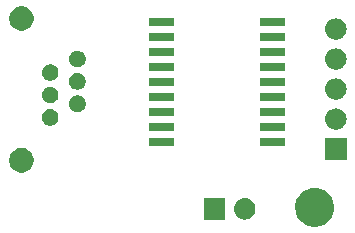
<source format=gbr>
G04 #@! TF.GenerationSoftware,KiCad,Pcbnew,(5.1.2)-2*
G04 #@! TF.CreationDate,2019-09-08T10:38:30-04:00*
G04 #@! TF.ProjectId,jebaoDosingAdapter,6a656261-6f44-46f7-9369-6e6741646170,rev?*
G04 #@! TF.SameCoordinates,PX46492a0PY53724e0*
G04 #@! TF.FileFunction,Soldermask,Top*
G04 #@! TF.FilePolarity,Negative*
%FSLAX46Y46*%
G04 Gerber Fmt 4.6, Leading zero omitted, Abs format (unit mm)*
G04 Created by KiCad (PCBNEW (5.1.2)-2) date 2019-09-08 10:38:30*
%MOMM*%
%LPD*%
G04 APERTURE LIST*
%ADD10C,0.100000*%
G04 APERTURE END LIST*
D10*
G36*
X31635256Y7148702D02*
G01*
X31741579Y7127553D01*
X32042042Y7003097D01*
X32312451Y6822415D01*
X32542415Y6592451D01*
X32723097Y6322042D01*
X32835704Y6050186D01*
X32847553Y6021578D01*
X32911000Y5702611D01*
X32911000Y5377389D01*
X32882353Y5233373D01*
X32847553Y5058421D01*
X32723097Y4757958D01*
X32542415Y4487549D01*
X32312451Y4257585D01*
X32042042Y4076903D01*
X31741579Y3952447D01*
X31635256Y3931298D01*
X31422611Y3889000D01*
X31097389Y3889000D01*
X30884744Y3931298D01*
X30778421Y3952447D01*
X30477958Y4076903D01*
X30207549Y4257585D01*
X29977585Y4487549D01*
X29796903Y4757958D01*
X29672447Y5058421D01*
X29637647Y5233373D01*
X29609000Y5377389D01*
X29609000Y5702611D01*
X29672447Y6021578D01*
X29684297Y6050186D01*
X29796903Y6322042D01*
X29977585Y6592451D01*
X30207549Y6822415D01*
X30477958Y7003097D01*
X30778421Y7127553D01*
X30884744Y7148702D01*
X31097389Y7191000D01*
X31422611Y7191000D01*
X31635256Y7148702D01*
X31635256Y7148702D01*
G37*
G36*
X25440443Y6304481D02*
G01*
X25506627Y6297963D01*
X25676466Y6246443D01*
X25832991Y6162778D01*
X25868729Y6133448D01*
X25970186Y6050186D01*
X26053448Y5948729D01*
X26082778Y5912991D01*
X26166443Y5756466D01*
X26217963Y5586627D01*
X26235359Y5410000D01*
X26217963Y5233373D01*
X26166443Y5063534D01*
X26082778Y4907009D01*
X26053448Y4871271D01*
X25970186Y4769814D01*
X25868729Y4686552D01*
X25832991Y4657222D01*
X25676466Y4573557D01*
X25506627Y4522037D01*
X25440443Y4515519D01*
X25374260Y4509000D01*
X25285740Y4509000D01*
X25219557Y4515519D01*
X25153373Y4522037D01*
X24983534Y4573557D01*
X24827009Y4657222D01*
X24791271Y4686552D01*
X24689814Y4769814D01*
X24606552Y4871271D01*
X24577222Y4907009D01*
X24493557Y5063534D01*
X24442037Y5233373D01*
X24424641Y5410000D01*
X24442037Y5586627D01*
X24493557Y5756466D01*
X24577222Y5912991D01*
X24606552Y5948729D01*
X24689814Y6050186D01*
X24791271Y6133448D01*
X24827009Y6162778D01*
X24983534Y6246443D01*
X25153373Y6297963D01*
X25219557Y6304481D01*
X25285740Y6311000D01*
X25374260Y6311000D01*
X25440443Y6304481D01*
X25440443Y6304481D01*
G37*
G36*
X23691000Y4509000D02*
G01*
X21889000Y4509000D01*
X21889000Y6311000D01*
X23691000Y6311000D01*
X23691000Y4509000D01*
X23691000Y4509000D01*
G37*
G36*
X6736564Y10540611D02*
G01*
X6927833Y10461385D01*
X6927835Y10461384D01*
X7099973Y10346365D01*
X7246365Y10199973D01*
X7361385Y10027833D01*
X7440611Y9836564D01*
X7481000Y9633516D01*
X7481000Y9426484D01*
X7440611Y9223436D01*
X7361385Y9032167D01*
X7361384Y9032165D01*
X7246365Y8860027D01*
X7099973Y8713635D01*
X6927835Y8598616D01*
X6927834Y8598615D01*
X6927833Y8598615D01*
X6736564Y8519389D01*
X6533516Y8479000D01*
X6326484Y8479000D01*
X6123436Y8519389D01*
X5932167Y8598615D01*
X5932166Y8598615D01*
X5932165Y8598616D01*
X5760027Y8713635D01*
X5613635Y8860027D01*
X5498616Y9032165D01*
X5498615Y9032167D01*
X5419389Y9223436D01*
X5379000Y9426484D01*
X5379000Y9633516D01*
X5419389Y9836564D01*
X5498615Y10027833D01*
X5613635Y10199973D01*
X5760027Y10346365D01*
X5932165Y10461384D01*
X5932167Y10461385D01*
X6123436Y10540611D01*
X6326484Y10581000D01*
X6533516Y10581000D01*
X6736564Y10540611D01*
X6736564Y10540611D01*
G37*
G36*
X33951000Y9579000D02*
G01*
X32149000Y9579000D01*
X32149000Y11381000D01*
X33951000Y11381000D01*
X33951000Y9579000D01*
X33951000Y9579000D01*
G37*
G36*
X19321000Y10699000D02*
G01*
X17219000Y10699000D01*
X17219000Y11401000D01*
X19321000Y11401000D01*
X19321000Y10699000D01*
X19321000Y10699000D01*
G37*
G36*
X28721000Y10699000D02*
G01*
X26619000Y10699000D01*
X26619000Y11401000D01*
X28721000Y11401000D01*
X28721000Y10699000D01*
X28721000Y10699000D01*
G37*
G36*
X28721000Y11969000D02*
G01*
X26619000Y11969000D01*
X26619000Y12671000D01*
X28721000Y12671000D01*
X28721000Y11969000D01*
X28721000Y11969000D01*
G37*
G36*
X19321000Y11969000D02*
G01*
X17219000Y11969000D01*
X17219000Y12671000D01*
X19321000Y12671000D01*
X19321000Y11969000D01*
X19321000Y11969000D01*
G37*
G36*
X33160443Y13914481D02*
G01*
X33226627Y13907963D01*
X33396466Y13856443D01*
X33396468Y13856442D01*
X33474728Y13814611D01*
X33552991Y13772778D01*
X33561865Y13765495D01*
X33690186Y13660186D01*
X33773448Y13558729D01*
X33802778Y13522991D01*
X33886443Y13366466D01*
X33937963Y13196627D01*
X33955359Y13020000D01*
X33937963Y12843373D01*
X33886443Y12673534D01*
X33802778Y12517009D01*
X33773448Y12481271D01*
X33690186Y12379814D01*
X33588729Y12296552D01*
X33552991Y12267222D01*
X33396466Y12183557D01*
X33226627Y12132037D01*
X33160443Y12125519D01*
X33094260Y12119000D01*
X33005740Y12119000D01*
X32939557Y12125519D01*
X32873373Y12132037D01*
X32703534Y12183557D01*
X32547009Y12267222D01*
X32511271Y12296552D01*
X32409814Y12379814D01*
X32326552Y12481271D01*
X32297222Y12517009D01*
X32213557Y12673534D01*
X32162037Y12843373D01*
X32144641Y13020000D01*
X32162037Y13196627D01*
X32213557Y13366466D01*
X32297222Y13522991D01*
X32326552Y13558729D01*
X32409814Y13660186D01*
X32538135Y13765495D01*
X32547009Y13772778D01*
X32625272Y13814611D01*
X32703532Y13856442D01*
X32703534Y13856443D01*
X32873373Y13907963D01*
X32939557Y13914481D01*
X33005740Y13921000D01*
X33094260Y13921000D01*
X33160443Y13914481D01*
X33160443Y13914481D01*
G37*
G36*
X9064473Y13834062D02*
G01*
X9192049Y13781218D01*
X9306859Y13704505D01*
X9404505Y13606859D01*
X9481218Y13492049D01*
X9534062Y13364473D01*
X9561000Y13229044D01*
X9561000Y13090956D01*
X9534062Y12955527D01*
X9481218Y12827951D01*
X9404505Y12713141D01*
X9306859Y12615495D01*
X9192049Y12538782D01*
X9064473Y12485938D01*
X8929044Y12459000D01*
X8790956Y12459000D01*
X8655527Y12485938D01*
X8527951Y12538782D01*
X8413141Y12615495D01*
X8315495Y12713141D01*
X8238782Y12827951D01*
X8185938Y12955527D01*
X8159000Y13090956D01*
X8159000Y13229044D01*
X8185938Y13364473D01*
X8238782Y13492049D01*
X8315495Y13606859D01*
X8413141Y13704505D01*
X8527951Y13781218D01*
X8655527Y13834062D01*
X8790956Y13861000D01*
X8929044Y13861000D01*
X9064473Y13834062D01*
X9064473Y13834062D01*
G37*
G36*
X19321000Y13239000D02*
G01*
X17219000Y13239000D01*
X17219000Y13941000D01*
X19321000Y13941000D01*
X19321000Y13239000D01*
X19321000Y13239000D01*
G37*
G36*
X28721000Y13239000D02*
G01*
X26619000Y13239000D01*
X26619000Y13941000D01*
X28721000Y13941000D01*
X28721000Y13239000D01*
X28721000Y13239000D01*
G37*
G36*
X11364473Y14984062D02*
G01*
X11492049Y14931218D01*
X11606859Y14854505D01*
X11704505Y14756859D01*
X11781218Y14642049D01*
X11834062Y14514473D01*
X11861000Y14379044D01*
X11861000Y14240956D01*
X11834062Y14105527D01*
X11781218Y13977951D01*
X11704505Y13863141D01*
X11606859Y13765495D01*
X11492049Y13688782D01*
X11364473Y13635938D01*
X11229044Y13609000D01*
X11090956Y13609000D01*
X10955527Y13635938D01*
X10827951Y13688782D01*
X10713141Y13765495D01*
X10615495Y13863141D01*
X10538782Y13977951D01*
X10485938Y14105527D01*
X10459000Y14240956D01*
X10459000Y14379044D01*
X10485938Y14514473D01*
X10538782Y14642049D01*
X10615495Y14756859D01*
X10713141Y14854505D01*
X10827951Y14931218D01*
X10955527Y14984062D01*
X11090956Y15011000D01*
X11229044Y15011000D01*
X11364473Y14984062D01*
X11364473Y14984062D01*
G37*
G36*
X9064473Y15734062D02*
G01*
X9192049Y15681218D01*
X9306859Y15604505D01*
X9404505Y15506859D01*
X9481218Y15392049D01*
X9534062Y15264473D01*
X9561000Y15129044D01*
X9561000Y14990956D01*
X9534062Y14855527D01*
X9481218Y14727951D01*
X9404505Y14613141D01*
X9306859Y14515495D01*
X9192049Y14438782D01*
X9064473Y14385938D01*
X8929044Y14359000D01*
X8790956Y14359000D01*
X8655527Y14385938D01*
X8527951Y14438782D01*
X8413141Y14515495D01*
X8315495Y14613141D01*
X8238782Y14727951D01*
X8185938Y14855527D01*
X8159000Y14990956D01*
X8159000Y15129044D01*
X8185938Y15264473D01*
X8238782Y15392049D01*
X8315495Y15506859D01*
X8413141Y15604505D01*
X8527951Y15681218D01*
X8655527Y15734062D01*
X8790956Y15761000D01*
X8929044Y15761000D01*
X9064473Y15734062D01*
X9064473Y15734062D01*
G37*
G36*
X28721000Y14509000D02*
G01*
X26619000Y14509000D01*
X26619000Y15211000D01*
X28721000Y15211000D01*
X28721000Y14509000D01*
X28721000Y14509000D01*
G37*
G36*
X19321000Y14509000D02*
G01*
X17219000Y14509000D01*
X17219000Y15211000D01*
X19321000Y15211000D01*
X19321000Y14509000D01*
X19321000Y14509000D01*
G37*
G36*
X33160443Y16454481D02*
G01*
X33226627Y16447963D01*
X33396466Y16396443D01*
X33552991Y16312778D01*
X33585694Y16285939D01*
X33690186Y16200186D01*
X33773448Y16098729D01*
X33802778Y16062991D01*
X33886443Y15906466D01*
X33937963Y15736627D01*
X33955359Y15560000D01*
X33937963Y15383373D01*
X33886443Y15213534D01*
X33802778Y15057009D01*
X33773448Y15021271D01*
X33690186Y14919814D01*
X33588729Y14836552D01*
X33552991Y14807222D01*
X33552989Y14807221D01*
X33404689Y14727952D01*
X33396466Y14723557D01*
X33226627Y14672037D01*
X33160442Y14665518D01*
X33094260Y14659000D01*
X33005740Y14659000D01*
X32939558Y14665518D01*
X32873373Y14672037D01*
X32703534Y14723557D01*
X32695312Y14727952D01*
X32547011Y14807221D01*
X32547009Y14807222D01*
X32511271Y14836552D01*
X32409814Y14919814D01*
X32326552Y15021271D01*
X32297222Y15057009D01*
X32213557Y15213534D01*
X32162037Y15383373D01*
X32144641Y15560000D01*
X32162037Y15736627D01*
X32213557Y15906466D01*
X32297222Y16062991D01*
X32326552Y16098729D01*
X32409814Y16200186D01*
X32514306Y16285939D01*
X32547009Y16312778D01*
X32703534Y16396443D01*
X32873373Y16447963D01*
X32939557Y16454481D01*
X33005740Y16461000D01*
X33094260Y16461000D01*
X33160443Y16454481D01*
X33160443Y16454481D01*
G37*
G36*
X11364473Y16884062D02*
G01*
X11492049Y16831218D01*
X11606859Y16754505D01*
X11704505Y16656859D01*
X11781218Y16542049D01*
X11834062Y16414473D01*
X11861000Y16279044D01*
X11861000Y16140956D01*
X11834062Y16005527D01*
X11781218Y15877951D01*
X11704505Y15763141D01*
X11606859Y15665495D01*
X11492049Y15588782D01*
X11364473Y15535938D01*
X11229044Y15509000D01*
X11090956Y15509000D01*
X10955527Y15535938D01*
X10827951Y15588782D01*
X10713141Y15665495D01*
X10615495Y15763141D01*
X10538782Y15877951D01*
X10485938Y16005527D01*
X10459000Y16140956D01*
X10459000Y16279044D01*
X10485938Y16414473D01*
X10538782Y16542049D01*
X10615495Y16656859D01*
X10713141Y16754505D01*
X10827951Y16831218D01*
X10955527Y16884062D01*
X11090956Y16911000D01*
X11229044Y16911000D01*
X11364473Y16884062D01*
X11364473Y16884062D01*
G37*
G36*
X28721000Y15779000D02*
G01*
X26619000Y15779000D01*
X26619000Y16481000D01*
X28721000Y16481000D01*
X28721000Y15779000D01*
X28721000Y15779000D01*
G37*
G36*
X19321000Y15779000D02*
G01*
X17219000Y15779000D01*
X17219000Y16481000D01*
X19321000Y16481000D01*
X19321000Y15779000D01*
X19321000Y15779000D01*
G37*
G36*
X9064473Y17634062D02*
G01*
X9192049Y17581218D01*
X9306859Y17504505D01*
X9404505Y17406859D01*
X9481218Y17292049D01*
X9534062Y17164473D01*
X9561000Y17029044D01*
X9561000Y16890956D01*
X9534062Y16755527D01*
X9481218Y16627951D01*
X9404505Y16513141D01*
X9306859Y16415495D01*
X9192049Y16338782D01*
X9064473Y16285938D01*
X8929044Y16259000D01*
X8790956Y16259000D01*
X8655527Y16285938D01*
X8527951Y16338782D01*
X8413141Y16415495D01*
X8315495Y16513141D01*
X8238782Y16627951D01*
X8185938Y16755527D01*
X8159000Y16890956D01*
X8159000Y17029044D01*
X8185938Y17164473D01*
X8238782Y17292049D01*
X8315495Y17406859D01*
X8413141Y17504505D01*
X8527951Y17581218D01*
X8655527Y17634062D01*
X8790956Y17661000D01*
X8929044Y17661000D01*
X9064473Y17634062D01*
X9064473Y17634062D01*
G37*
G36*
X19321000Y17049000D02*
G01*
X17219000Y17049000D01*
X17219000Y17751000D01*
X19321000Y17751000D01*
X19321000Y17049000D01*
X19321000Y17049000D01*
G37*
G36*
X28721000Y17049000D02*
G01*
X26619000Y17049000D01*
X26619000Y17751000D01*
X28721000Y17751000D01*
X28721000Y17049000D01*
X28721000Y17049000D01*
G37*
G36*
X33160442Y18994482D02*
G01*
X33226627Y18987963D01*
X33396466Y18936443D01*
X33552991Y18852778D01*
X33588729Y18823448D01*
X33690186Y18740186D01*
X33760504Y18654502D01*
X33802778Y18602991D01*
X33886443Y18446466D01*
X33937963Y18276627D01*
X33955359Y18100000D01*
X33937963Y17923373D01*
X33886443Y17753534D01*
X33802778Y17597009D01*
X33776917Y17565498D01*
X33690186Y17459814D01*
X33588729Y17376552D01*
X33552991Y17347222D01*
X33396466Y17263557D01*
X33226627Y17212037D01*
X33160443Y17205519D01*
X33094260Y17199000D01*
X33005740Y17199000D01*
X32939557Y17205519D01*
X32873373Y17212037D01*
X32703534Y17263557D01*
X32547009Y17347222D01*
X32511271Y17376552D01*
X32409814Y17459814D01*
X32323083Y17565498D01*
X32297222Y17597009D01*
X32213557Y17753534D01*
X32162037Y17923373D01*
X32144641Y18100000D01*
X32162037Y18276627D01*
X32213557Y18446466D01*
X32297222Y18602991D01*
X32339496Y18654502D01*
X32409814Y18740186D01*
X32511271Y18823448D01*
X32547009Y18852778D01*
X32703534Y18936443D01*
X32873373Y18987963D01*
X32939558Y18994482D01*
X33005740Y19001000D01*
X33094260Y19001000D01*
X33160442Y18994482D01*
X33160442Y18994482D01*
G37*
G36*
X11364473Y18784062D02*
G01*
X11492049Y18731218D01*
X11606859Y18654505D01*
X11704505Y18556859D01*
X11781218Y18442049D01*
X11834062Y18314473D01*
X11861000Y18179044D01*
X11861000Y18040956D01*
X11834062Y17905527D01*
X11781218Y17777951D01*
X11704505Y17663141D01*
X11606859Y17565495D01*
X11492049Y17488782D01*
X11364473Y17435938D01*
X11229044Y17409000D01*
X11090956Y17409000D01*
X10955527Y17435938D01*
X10827951Y17488782D01*
X10713141Y17565495D01*
X10615495Y17663141D01*
X10538782Y17777951D01*
X10485938Y17905527D01*
X10459000Y18040956D01*
X10459000Y18179044D01*
X10485938Y18314473D01*
X10538782Y18442049D01*
X10615495Y18556859D01*
X10713141Y18654505D01*
X10827951Y18731218D01*
X10955527Y18784062D01*
X11090956Y18811000D01*
X11229044Y18811000D01*
X11364473Y18784062D01*
X11364473Y18784062D01*
G37*
G36*
X19321000Y18319000D02*
G01*
X17219000Y18319000D01*
X17219000Y19021000D01*
X19321000Y19021000D01*
X19321000Y18319000D01*
X19321000Y18319000D01*
G37*
G36*
X28721000Y18319000D02*
G01*
X26619000Y18319000D01*
X26619000Y19021000D01*
X28721000Y19021000D01*
X28721000Y18319000D01*
X28721000Y18319000D01*
G37*
G36*
X19321000Y19589000D02*
G01*
X17219000Y19589000D01*
X17219000Y20291000D01*
X19321000Y20291000D01*
X19321000Y19589000D01*
X19321000Y19589000D01*
G37*
G36*
X28721000Y19589000D02*
G01*
X26619000Y19589000D01*
X26619000Y20291000D01*
X28721000Y20291000D01*
X28721000Y19589000D01*
X28721000Y19589000D01*
G37*
G36*
X33160442Y21534482D02*
G01*
X33226627Y21527963D01*
X33396466Y21476443D01*
X33552991Y21392778D01*
X33588729Y21363448D01*
X33690186Y21280186D01*
X33773448Y21178729D01*
X33802778Y21142991D01*
X33886443Y20986466D01*
X33937963Y20816627D01*
X33955359Y20640000D01*
X33937963Y20463373D01*
X33886443Y20293534D01*
X33802778Y20137009D01*
X33773448Y20101271D01*
X33690186Y19999814D01*
X33588729Y19916552D01*
X33552991Y19887222D01*
X33396466Y19803557D01*
X33226627Y19752037D01*
X33160443Y19745519D01*
X33094260Y19739000D01*
X33005740Y19739000D01*
X32939557Y19745519D01*
X32873373Y19752037D01*
X32703534Y19803557D01*
X32547009Y19887222D01*
X32511271Y19916552D01*
X32409814Y19999814D01*
X32326552Y20101271D01*
X32297222Y20137009D01*
X32213557Y20293534D01*
X32162037Y20463373D01*
X32144641Y20640000D01*
X32162037Y20816627D01*
X32213557Y20986466D01*
X32297222Y21142991D01*
X32326552Y21178729D01*
X32409814Y21280186D01*
X32511271Y21363448D01*
X32547009Y21392778D01*
X32703534Y21476443D01*
X32873373Y21527963D01*
X32939558Y21534482D01*
X33005740Y21541000D01*
X33094260Y21541000D01*
X33160442Y21534482D01*
X33160442Y21534482D01*
G37*
G36*
X6736564Y22540611D02*
G01*
X6927833Y22461385D01*
X6927835Y22461384D01*
X7099973Y22346365D01*
X7246365Y22199973D01*
X7361385Y22027833D01*
X7440611Y21836564D01*
X7481000Y21633516D01*
X7481000Y21426484D01*
X7440611Y21223436D01*
X7361385Y21032167D01*
X7361384Y21032165D01*
X7246365Y20860027D01*
X7099973Y20713635D01*
X6927835Y20598616D01*
X6927834Y20598615D01*
X6927833Y20598615D01*
X6736564Y20519389D01*
X6533516Y20479000D01*
X6326484Y20479000D01*
X6123436Y20519389D01*
X5932167Y20598615D01*
X5932166Y20598615D01*
X5932165Y20598616D01*
X5760027Y20713635D01*
X5613635Y20860027D01*
X5498616Y21032165D01*
X5498615Y21032167D01*
X5419389Y21223436D01*
X5379000Y21426484D01*
X5379000Y21633516D01*
X5419389Y21836564D01*
X5498615Y22027833D01*
X5613635Y22199973D01*
X5760027Y22346365D01*
X5932165Y22461384D01*
X5932167Y22461385D01*
X6123436Y22540611D01*
X6326484Y22581000D01*
X6533516Y22581000D01*
X6736564Y22540611D01*
X6736564Y22540611D01*
G37*
G36*
X19321000Y20859000D02*
G01*
X17219000Y20859000D01*
X17219000Y21561000D01*
X19321000Y21561000D01*
X19321000Y20859000D01*
X19321000Y20859000D01*
G37*
G36*
X28721000Y20859000D02*
G01*
X26619000Y20859000D01*
X26619000Y21561000D01*
X28721000Y21561000D01*
X28721000Y20859000D01*
X28721000Y20859000D01*
G37*
M02*

</source>
